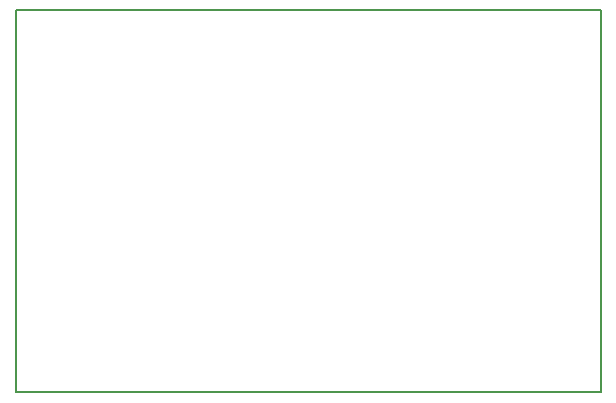
<source format=gbr>
G04 #@! TF.GenerationSoftware,KiCad,Pcbnew,(5.0.1)-4*
G04 #@! TF.CreationDate,2018-11-16T16:38:59+08:00*
G04 #@! TF.ProjectId,AILight,41494C696768742E6B696361645F7063,rev?*
G04 #@! TF.SameCoordinates,Original*
G04 #@! TF.FileFunction,Profile,NP*
%FSLAX46Y46*%
G04 Gerber Fmt 4.6, Leading zero omitted, Abs format (unit mm)*
G04 Created by KiCad (PCBNEW (5.0.1)-4) date 2018-11-16 16:38:59*
%MOMM*%
%LPD*%
G01*
G04 APERTURE LIST*
%ADD10C,0.150000*%
G04 APERTURE END LIST*
D10*
X13335000Y-57785000D02*
X13335000Y-90170000D01*
X62865000Y-57785000D02*
X13335000Y-57785000D01*
X62865000Y-90170000D02*
X62865000Y-57785000D01*
X13335000Y-90170000D02*
X62865000Y-90170000D01*
M02*

</source>
